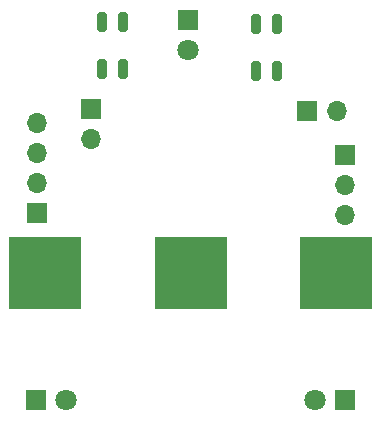
<source format=gbr>
G04 #@! TF.GenerationSoftware,KiCad,Pcbnew,(5.99.0-12170-ge0011fcd93)*
G04 #@! TF.CreationDate,2021-10-18T14:42:09-07:00*
G04 #@! TF.ProjectId,microbug,6d696372-6f62-4756-972e-6b696361645f,rev?*
G04 #@! TF.SameCoordinates,Original*
G04 #@! TF.FileFunction,Soldermask,Bot*
G04 #@! TF.FilePolarity,Negative*
%FSLAX46Y46*%
G04 Gerber Fmt 4.6, Leading zero omitted, Abs format (unit mm)*
G04 Created by KiCad (PCBNEW (5.99.0-12170-ge0011fcd93)) date 2021-10-18 14:42:09*
%MOMM*%
%LPD*%
G01*
G04 APERTURE LIST*
G04 Aperture macros list*
%AMRoundRect*
0 Rectangle with rounded corners*
0 $1 Rounding radius*
0 $2 $3 $4 $5 $6 $7 $8 $9 X,Y pos of 4 corners*
0 Add a 4 corners polygon primitive as box body*
4,1,4,$2,$3,$4,$5,$6,$7,$8,$9,$2,$3,0*
0 Add four circle primitives for the rounded corners*
1,1,$1+$1,$2,$3*
1,1,$1+$1,$4,$5*
1,1,$1+$1,$6,$7*
1,1,$1+$1,$8,$9*
0 Add four rect primitives between the rounded corners*
20,1,$1+$1,$2,$3,$4,$5,0*
20,1,$1+$1,$4,$5,$6,$7,0*
20,1,$1+$1,$6,$7,$8,$9,0*
20,1,$1+$1,$8,$9,$2,$3,0*%
G04 Aperture macros list end*
%ADD10R,1.700000X1.700000*%
%ADD11O,1.700000X1.700000*%
%ADD12R,1.800000X1.800000*%
%ADD13C,1.800000*%
%ADD14RoundRect,0.197500X0.197500X0.632500X-0.197500X0.632500X-0.197500X-0.632500X0.197500X-0.632500X0*%
%ADD15R,6.096000X6.096000*%
G04 APERTURE END LIST*
D10*
X87259000Y-51839000D03*
D11*
X87259000Y-54379000D03*
X87259000Y-56919000D03*
D10*
X65786000Y-48006000D03*
D11*
X65786000Y-50546000D03*
D12*
X61087000Y-72644000D03*
D13*
X63627000Y-72644000D03*
D12*
X87249000Y-72644000D03*
D13*
X84709000Y-72644000D03*
D10*
X84069000Y-48158400D03*
D11*
X86609000Y-48158400D03*
D10*
X61200000Y-56800000D03*
D11*
X61200000Y-54260000D03*
X61200000Y-51720000D03*
X61200000Y-49180000D03*
D12*
X73951000Y-40456000D03*
D13*
X73951000Y-42996000D03*
D14*
X68500000Y-40600000D03*
X68500000Y-44600000D03*
X66700000Y-44600000D03*
X66700000Y-40600000D03*
D15*
X61860989Y-61864011D03*
X86498989Y-61864011D03*
X74179989Y-61864011D03*
D14*
X81500000Y-40800000D03*
X81500000Y-44800000D03*
X79700000Y-44800000D03*
X79700000Y-40800000D03*
M02*

</source>
